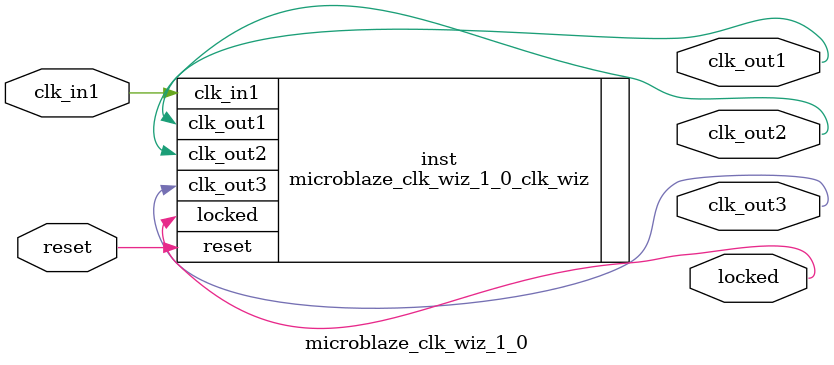
<source format=v>


`timescale 1ps/1ps

(* CORE_GENERATION_INFO = "microblaze_clk_wiz_1_0,clk_wiz_v6_0_16_0_0,{component_name=microblaze_clk_wiz_1_0,use_phase_alignment=true,use_min_o_jitter=false,use_max_i_jitter=false,use_dyn_phase_shift=false,use_inclk_switchover=false,use_dyn_reconfig=false,enable_axi=0,feedback_source=FDBK_AUTO,PRIMITIVE=MMCM,num_out_clk=3,clkin1_period=10.000,clkin2_period=10.000,use_power_down=false,use_reset=true,use_locked=true,use_inclk_stopped=false,feedback_type=SINGLE,CLOCK_MGR_TYPE=NA,manual_override=false}" *)

module microblaze_clk_wiz_1_0 
 (
  // Clock out ports
  output        clk_out1,
  output        clk_out2,
  output        clk_out3,
  // Status and control signals
  input         reset,
  output        locked,
 // Clock in ports
  input         clk_in1
 );

  microblaze_clk_wiz_1_0_clk_wiz inst
  (
  // Clock out ports  
  .clk_out1(clk_out1),
  .clk_out2(clk_out2),
  .clk_out3(clk_out3),
  // Status and control signals               
  .reset(reset), 
  .locked(locked),
 // Clock in ports
  .clk_in1(clk_in1)
  );

endmodule

</source>
